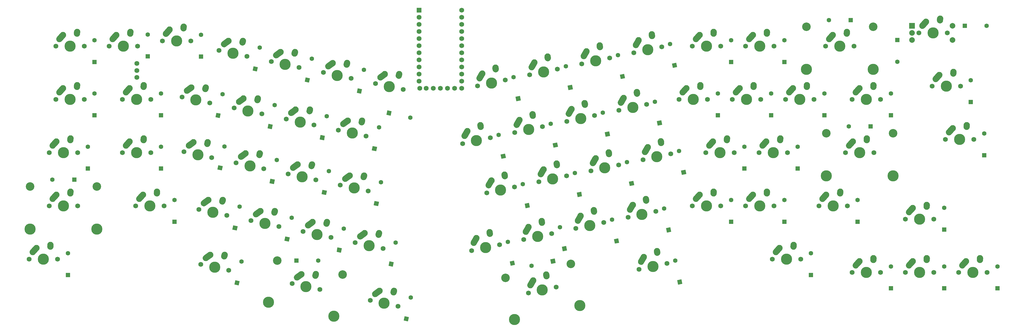
<source format=gbs>
G04 #@! TF.GenerationSoftware,KiCad,Pcbnew,(5.1.10)-1*
G04 #@! TF.CreationDate,2021-10-05T17:03:10+03:00*
G04 #@! TF.ProjectId,kolibri,6b6f6c69-6272-4692-9e6b-696361645f70,rev?*
G04 #@! TF.SameCoordinates,Original*
G04 #@! TF.FileFunction,Soldermask,Bot*
G04 #@! TF.FilePolarity,Negative*
%FSLAX46Y46*%
G04 Gerber Fmt 4.6, Leading zero omitted, Abs format (unit mm)*
G04 Created by KiCad (PCBNEW (5.1.10)-1) date 2021-10-05 17:03:10*
%MOMM*%
%LPD*%
G01*
G04 APERTURE LIST*
%ADD10C,2.250000*%
%ADD11C,3.987800*%
%ADD12C,1.750000*%
%ADD13C,0.100000*%
%ADD14C,1.600000*%
%ADD15R,1.600000X1.600000*%
%ADD16C,3.048000*%
%ADD17R,1.752600X1.752600*%
%ADD18C,1.752600*%
%ADD19C,2.000000*%
%ADD20R,2.000000X2.000000*%
G04 APERTURE END LIST*
G36*
G01*
X439143483Y-150162395D02*
X439142597Y-150162334D01*
G75*
G02*
X438097666Y-148962597I77403J1122334D01*
G01*
X438137666Y-148382597D01*
G75*
G02*
X439337403Y-147337666I1122334J-77403D01*
G01*
X439337403Y-147337666D01*
G75*
G02*
X440382334Y-148537403I-77403J-1122334D01*
G01*
X440342334Y-149117403D01*
G75*
G02*
X439142597Y-150162334I-1122334J77403D01*
G01*
G37*
D10*
X439260000Y-148460000D03*
G36*
G01*
X432158688Y-151837350D02*
X432158683Y-151837345D01*
G75*
G02*
X432072655Y-150248683I751317J837345D01*
G01*
X433382657Y-148788683D01*
G75*
G02*
X434971319Y-148702655I837345J-751317D01*
G01*
X434971319Y-148702655D01*
G75*
G02*
X435057347Y-150291317I-751317J-837345D01*
G01*
X433747345Y-151751317D01*
G75*
G02*
X432158683Y-151837345I-837345J751317D01*
G01*
G37*
D11*
X436720000Y-153540000D03*
D10*
X434220000Y-149540000D03*
D12*
X431640000Y-153540000D03*
X441800000Y-153540000D03*
X247272475Y-173789201D03*
X237334495Y-171676819D03*
D10*
X240689763Y-168300640D03*
D11*
X242303485Y-172733010D03*
G36*
G01*
X238195849Y-170119218D02*
X238195845Y-170119212D01*
G75*
G02*
X238441998Y-168547379I908993J662840D01*
G01*
X240026924Y-167391649D01*
G75*
G02*
X241598757Y-167637802I662840J-908993D01*
G01*
X241598757Y-167637802D01*
G75*
G02*
X241352604Y-169209635I-908993J-662840D01*
G01*
X239767678Y-170365365D01*
G75*
G02*
X238195845Y-170119212I-662840J908993D01*
G01*
G37*
D10*
X245844171Y-168292116D03*
G36*
G01*
X245376253Y-169933084D02*
X245375399Y-169932840D01*
G75*
G02*
X244602742Y-168542067I309058J1081715D01*
G01*
X244762456Y-167983057D01*
G75*
G02*
X246153229Y-167210400I1081715J-309058D01*
G01*
X246153229Y-167210400D01*
G75*
G02*
X246925886Y-168601173I-309058J-1081715D01*
G01*
X246766172Y-169160183D01*
G75*
G02*
X245375399Y-169932840I-1081715J309058D01*
G01*
G37*
D13*
G36*
X243555333Y-237163623D02*
G01*
X241990297Y-236830965D01*
X242322955Y-235265929D01*
X243887991Y-235598587D01*
X243555333Y-237163623D01*
G37*
D14*
X244560856Y-228585224D03*
G36*
G01*
X128152233Y-193024895D02*
X128151347Y-193024834D01*
G75*
G02*
X127106416Y-191825097I77403J1122334D01*
G01*
X127146416Y-191245097D01*
G75*
G02*
X128346153Y-190200166I1122334J-77403D01*
G01*
X128346153Y-190200166D01*
G75*
G02*
X129391084Y-191399903I-77403J-1122334D01*
G01*
X129351084Y-191979903D01*
G75*
G02*
X128151347Y-193024834I-1122334J77403D01*
G01*
G37*
D10*
X128268750Y-191322500D03*
G36*
G01*
X121167438Y-194699850D02*
X121167433Y-194699845D01*
G75*
G02*
X121081405Y-193111183I751317J837345D01*
G01*
X122391407Y-191651183D01*
G75*
G02*
X123980069Y-191565155I837345J-751317D01*
G01*
X123980069Y-191565155D01*
G75*
G02*
X124066097Y-193153817I-751317J-837345D01*
G01*
X122756095Y-194613817D01*
G75*
G02*
X121167433Y-194699845I-837345J751317D01*
G01*
G37*
D11*
X125728750Y-196402500D03*
D10*
X123228750Y-192402500D03*
D12*
X120648750Y-196402500D03*
X130808750Y-196402500D03*
D14*
X342659199Y-157522509D03*
D13*
G36*
X345229758Y-165768250D02*
G01*
X343664722Y-166100908D01*
X343332064Y-164535872D01*
X344897100Y-164203214D01*
X345229758Y-165768250D01*
G37*
D14*
X155900000Y-154100000D03*
D15*
X155900000Y-161900000D03*
X174950000Y-162010000D03*
D14*
X174950000Y-154210000D03*
D13*
G36*
X194957683Y-167364481D02*
G01*
X193392647Y-167031823D01*
X193725305Y-165466787D01*
X195290341Y-165799445D01*
X194957683Y-167364481D01*
G37*
D14*
X195963206Y-158786082D03*
X214596918Y-162746798D03*
D13*
G36*
X213591395Y-171325197D02*
G01*
X212026359Y-170992539D01*
X212359017Y-169427503D01*
X213924053Y-169760161D01*
X213591395Y-171325197D01*
G37*
D14*
X233230629Y-166707516D03*
D13*
G36*
X232225106Y-175285915D02*
G01*
X230660070Y-174953257D01*
X230992728Y-173388221D01*
X232557764Y-173720879D01*
X232225106Y-175285915D01*
G37*
G36*
X241236377Y-182805333D02*
G01*
X241569035Y-181240297D01*
X243134071Y-181572955D01*
X242801413Y-183137991D01*
X241236377Y-182805333D01*
G37*
D14*
X249814776Y-183810856D03*
D13*
G36*
X289328623Y-177650404D02*
G01*
X287763587Y-177983062D01*
X287430929Y-176418026D01*
X288995965Y-176085368D01*
X289328623Y-177650404D01*
G37*
D14*
X286758064Y-169404663D03*
D13*
G36*
X307962334Y-173689686D02*
G01*
X306397298Y-174022344D01*
X306064640Y-172457308D01*
X307629676Y-172124650D01*
X307962334Y-173689686D01*
G37*
D14*
X305391775Y-165443945D03*
D13*
G36*
X326596046Y-169728968D02*
G01*
X325031010Y-170061626D01*
X324698352Y-168496590D01*
X326263388Y-168163932D01*
X326596046Y-169728968D01*
G37*
D14*
X324025487Y-161483227D03*
D15*
X160672500Y-202052500D03*
D14*
X160672500Y-194252500D03*
X344526787Y-235027895D03*
D13*
G36*
X347097346Y-243273636D02*
G01*
X345532310Y-243606294D01*
X345199652Y-242041258D01*
X346764688Y-241708600D01*
X347097346Y-243273636D01*
G37*
D14*
X189437190Y-235301287D03*
D13*
G36*
X188431667Y-243879686D02*
G01*
X186866631Y-243547028D01*
X187199289Y-241981992D01*
X188764325Y-242314650D01*
X188431667Y-243879686D01*
G37*
D14*
X284664933Y-228276335D03*
D13*
G36*
X287235492Y-236522076D02*
G01*
X285670456Y-236854734D01*
X285337798Y-235289698D01*
X286902834Y-234957040D01*
X287235492Y-236522076D01*
G37*
D14*
X399482500Y-149000000D03*
D15*
X407282500Y-149000000D03*
D14*
X421657500Y-175202500D03*
D15*
X421657500Y-183002500D03*
D13*
G36*
X206367669Y-228216513D02*
G01*
X204802633Y-227883855D01*
X205135291Y-226318819D01*
X206700327Y-226651477D01*
X206367669Y-228216513D01*
G37*
D14*
X207373192Y-219638114D03*
D15*
X134478750Y-202052500D03*
D14*
X134478750Y-194252500D03*
D15*
X378795000Y-183002500D03*
D14*
X378795000Y-175202500D03*
D13*
G36*
X343136628Y-224639924D02*
G01*
X341571592Y-224972582D01*
X341238934Y-223407546D01*
X342803970Y-223074888D01*
X343136628Y-224639924D01*
G37*
D14*
X340566069Y-216394183D03*
X393082500Y-232352500D03*
D15*
X393082500Y-240152500D03*
D14*
X127335000Y-232352500D03*
D15*
X127335000Y-240152500D03*
D14*
X202017054Y-199024043D03*
D13*
G36*
X201011531Y-207602442D02*
G01*
X199446495Y-207269784D01*
X199779153Y-205704748D01*
X201344189Y-206037406D01*
X201011531Y-207602442D01*
G37*
D14*
X454995000Y-189490000D03*
D15*
X454995000Y-197290000D03*
D14*
X364507500Y-213302500D03*
D15*
X364507500Y-221102500D03*
D14*
X440707500Y-237115000D03*
D15*
X440707500Y-244915000D03*
D13*
G36*
X200313821Y-187978551D02*
G01*
X198748785Y-187645893D01*
X199081443Y-186080857D01*
X200646479Y-186413515D01*
X200313821Y-187978551D01*
G37*
D14*
X201319344Y-179400152D03*
D15*
X414426250Y-187000000D03*
D14*
X406626250Y-187000000D03*
X383557500Y-156152500D03*
D15*
X383557500Y-163952500D03*
D14*
X136860000Y-156152500D03*
D15*
X136860000Y-163952500D03*
D13*
G36*
X219645243Y-211563160D02*
G01*
X218080207Y-211230502D01*
X218412865Y-209665466D01*
X219977901Y-209998124D01*
X219645243Y-211563160D01*
G37*
D14*
X220650766Y-202984761D03*
D13*
G36*
X248991230Y-256752019D02*
G01*
X247426194Y-256419361D01*
X247758852Y-254854325D01*
X249323888Y-255186983D01*
X248991230Y-256752019D01*
G37*
D14*
X249996753Y-248173620D03*
D13*
G36*
X238278954Y-215523877D02*
G01*
X236713918Y-215191219D01*
X237046576Y-213626183D01*
X238611612Y-213958841D01*
X238278954Y-215523877D01*
G37*
D14*
X239284477Y-206945478D03*
X290021071Y-207662265D03*
D13*
G36*
X292591630Y-215908006D02*
G01*
X291026594Y-216240664D01*
X290693936Y-214675628D01*
X292258972Y-214342970D01*
X292591630Y-215908006D01*
G37*
D14*
X318669349Y-182097297D03*
D13*
G36*
X321239908Y-190343038D02*
G01*
X319674872Y-190675696D01*
X319342214Y-189110660D01*
X320907250Y-188778002D01*
X321239908Y-190343038D01*
G37*
D14*
X308654783Y-203701547D03*
D13*
G36*
X311225342Y-211947288D02*
G01*
X309660306Y-212279946D01*
X309327648Y-210714910D01*
X310892684Y-210382252D01*
X311225342Y-211947288D01*
G37*
G36*
X329859054Y-207986570D02*
G01*
X328294018Y-208319228D01*
X327961360Y-206754192D01*
X329526396Y-206421534D01*
X329859054Y-207986570D01*
G37*
D14*
X327288495Y-199740829D03*
D13*
G36*
X348492766Y-204025852D02*
G01*
X346927730Y-204358510D01*
X346595072Y-202793474D01*
X348160108Y-202460816D01*
X348492766Y-204025852D01*
G37*
D14*
X345922207Y-195780111D03*
D15*
X421657500Y-244915000D03*
D14*
X421657500Y-237115000D03*
D13*
G36*
X324502916Y-228600642D02*
G01*
X322937880Y-228933300D01*
X322605222Y-227368264D01*
X324170258Y-227035606D01*
X324502916Y-228600642D01*
G37*
D14*
X321932357Y-220354901D03*
X364507500Y-156152500D03*
D15*
X364507500Y-163952500D03*
D13*
G36*
X305869204Y-231330965D02*
G01*
X304304168Y-231663623D01*
X303971510Y-230098587D01*
X305536546Y-229765929D01*
X305869204Y-231330965D01*
G37*
D14*
X303298645Y-223085224D03*
X337303061Y-178136579D03*
D13*
G36*
X339873620Y-186382320D02*
G01*
X338308584Y-186714978D01*
X337975926Y-185149942D01*
X339540962Y-184817284D01*
X339873620Y-186382320D01*
G37*
D15*
X397845000Y-183002500D03*
D14*
X397845000Y-175202500D03*
X359745000Y-175202500D03*
D15*
X359745000Y-183002500D03*
D14*
X450232500Y-170440000D03*
D15*
X450232500Y-178240000D03*
D14*
X424000000Y-163900000D03*
D15*
X424000000Y-156100000D03*
X160672500Y-183002500D03*
D14*
X160672500Y-175202500D03*
X388320000Y-194252500D03*
D15*
X388320000Y-202052500D03*
D13*
G36*
X218947533Y-191939269D02*
G01*
X217382497Y-191606611D01*
X217715155Y-190041575D01*
X219280191Y-190374233D01*
X218947533Y-191939269D01*
G37*
D14*
X219953056Y-183360870D03*
D15*
X459757500Y-244915000D03*
D14*
X459757500Y-237115000D03*
X183383342Y-194185224D03*
D13*
G36*
X182377819Y-202763623D02*
G01*
X180812783Y-202430965D01*
X181145441Y-200865929D01*
X182710477Y-201198587D01*
X182377819Y-202763623D01*
G37*
D14*
X369270000Y-194252500D03*
D15*
X369270000Y-202052500D03*
D14*
X409751250Y-213302500D03*
D15*
X409751250Y-221102500D03*
X129628750Y-206000000D03*
D14*
X121828750Y-206000000D03*
X383557500Y-213302500D03*
D15*
X383557500Y-221102500D03*
D14*
X293176230Y-236810856D03*
D13*
G36*
X301421971Y-234240297D02*
G01*
X301754629Y-235805333D01*
X300189593Y-236137991D01*
X299856935Y-234572955D01*
X301421971Y-234240297D01*
G37*
D15*
X209100000Y-235000000D03*
D14*
X216900000Y-235000000D03*
D13*
G36*
X237581244Y-195899987D02*
G01*
X236016208Y-195567329D01*
X236348866Y-194002293D01*
X237913902Y-194334951D01*
X237581244Y-195899987D01*
G37*
D14*
X238586767Y-187321588D03*
D15*
X136860000Y-183002500D03*
D14*
X136860000Y-175202500D03*
X300035637Y-186058014D03*
D13*
G36*
X302606196Y-194303755D02*
G01*
X301041160Y-194636413D01*
X300708502Y-193071377D01*
X302273538Y-192738719D01*
X302606196Y-194303755D01*
G37*
D15*
X440707500Y-223900000D03*
D14*
X440707500Y-216100000D03*
X226006904Y-223598832D03*
D13*
G36*
X225001381Y-232177231D02*
G01*
X223436345Y-231844573D01*
X223769003Y-230279537D01*
X225334039Y-230612195D01*
X225001381Y-232177231D01*
G37*
G36*
X181680109Y-184017833D02*
G01*
X180115073Y-183685175D01*
X180447731Y-182120139D01*
X182012767Y-182452797D01*
X181680109Y-184017833D01*
G37*
D14*
X182685632Y-175439434D03*
D13*
G36*
X187733957Y-224255795D02*
G01*
X186168921Y-223923137D01*
X186501579Y-222358101D01*
X188066615Y-222690759D01*
X187733957Y-224255795D01*
G37*
D14*
X188739480Y-215677396D03*
D13*
G36*
X283972485Y-198264473D02*
G01*
X282407449Y-198597131D01*
X282074791Y-197032095D01*
X283639827Y-196699437D01*
X283972485Y-198264473D01*
G37*
D14*
X281401926Y-190018732D03*
D15*
X165435000Y-221102500D03*
D14*
X165435000Y-213302500D03*
D12*
X339689045Y-158531094D03*
X329751065Y-160643476D03*
D10*
X331443039Y-156194474D03*
D11*
X334720055Y-159587285D03*
G36*
G01*
X329904418Y-158870193D02*
X329904411Y-158870189D01*
G75*
G02*
X329489962Y-157334128I560806J975255D01*
G01*
X330467786Y-155633668D01*
G75*
G02*
X332003847Y-155219219I975255J-560806D01*
G01*
X332003847Y-155219219D01*
G75*
G02*
X332418296Y-156755280I-560806J-975255D01*
G01*
X331440472Y-158455740D01*
G75*
G02*
X329904411Y-158870189I-975255J560806D01*
G01*
G37*
D10*
X336148359Y-154090199D03*
G36*
G01*
X336388335Y-155779619D02*
X336387456Y-155779743D01*
G75*
G02*
X335115920Y-154823477I-157635J1113901D01*
G01*
X335034458Y-154247835D01*
G75*
G02*
X335990724Y-152976299I1113901J157635D01*
G01*
X335990724Y-152976299D01*
G75*
G02*
X337262260Y-153932565I157635J-1113901D01*
G01*
X337343722Y-154508207D01*
G75*
G02*
X336387456Y-155779743I-1113901J-157635D01*
G01*
G37*
G36*
G01*
X149583483Y-154924895D02*
X149582597Y-154924834D01*
G75*
G02*
X148537666Y-153725097I77403J1122334D01*
G01*
X148577666Y-153145097D01*
G75*
G02*
X149777403Y-152100166I1122334J-77403D01*
G01*
X149777403Y-152100166D01*
G75*
G02*
X150822334Y-153299903I-77403J-1122334D01*
G01*
X150782334Y-153879903D01*
G75*
G02*
X149582597Y-154924834I-1122334J77403D01*
G01*
G37*
X149700000Y-153222500D03*
G36*
G01*
X142598688Y-156599850D02*
X142598683Y-156599845D01*
G75*
G02*
X142512655Y-155011183I751317J837345D01*
G01*
X143822657Y-153551183D01*
G75*
G02*
X145411319Y-153465155I837345J-751317D01*
G01*
X145411319Y-153465155D01*
G75*
G02*
X145497347Y-155053817I-751317J-837345D01*
G01*
X144187345Y-156513817D01*
G75*
G02*
X142598683Y-156599845I-837345J751317D01*
G01*
G37*
D11*
X147160000Y-158302500D03*
D10*
X144660000Y-154302500D03*
D12*
X142080000Y-158302500D03*
X152240000Y-158302500D03*
X171290000Y-156397500D03*
X161130000Y-156397500D03*
D10*
X163710000Y-152397500D03*
D11*
X166210000Y-156397500D03*
G36*
G01*
X161648688Y-154694850D02*
X161648683Y-154694845D01*
G75*
G02*
X161562655Y-153106183I751317J837345D01*
G01*
X162872657Y-151646183D01*
G75*
G02*
X164461319Y-151560155I837345J-751317D01*
G01*
X164461319Y-151560155D01*
G75*
G02*
X164547347Y-153148817I-751317J-837345D01*
G01*
X163237345Y-154608817D01*
G75*
G02*
X161648683Y-154694845I-837345J751317D01*
G01*
G37*
D10*
X168750000Y-151317500D03*
G36*
G01*
X168633483Y-153019895D02*
X168632597Y-153019834D01*
G75*
G02*
X167587666Y-151820097I77403J1122334D01*
G01*
X167627666Y-151240097D01*
G75*
G02*
X168827403Y-150195166I1122334J-77403D01*
G01*
X168827403Y-150195166D01*
G75*
G02*
X169872334Y-151394903I-77403J-1122334D01*
G01*
X169832334Y-151974903D01*
G75*
G02*
X168632597Y-153019834I-1122334J77403D01*
G01*
G37*
G36*
G01*
X189475118Y-158050932D02*
X189474264Y-158050688D01*
G75*
G02*
X188701607Y-156659915I309058J1081715D01*
G01*
X188861321Y-156100905D01*
G75*
G02*
X190252094Y-155328248I1081715J-309058D01*
G01*
X190252094Y-155328248D01*
G75*
G02*
X191024751Y-156719021I-309058J-1081715D01*
G01*
X190865037Y-157278031D01*
G75*
G02*
X189474264Y-158050688I-1081715J309058D01*
G01*
G37*
X189943036Y-156409964D03*
G36*
G01*
X182294714Y-158237066D02*
X182294710Y-158237060D01*
G75*
G02*
X182540863Y-156665227I908993J662840D01*
G01*
X184125789Y-155509497D01*
G75*
G02*
X185697622Y-155755650I662840J-908993D01*
G01*
X185697622Y-155755650D01*
G75*
G02*
X185451469Y-157327483I-908993J-662840D01*
G01*
X183866543Y-158483213D01*
G75*
G02*
X182294710Y-158237060I-662840J908993D01*
G01*
G37*
D11*
X186402350Y-160850858D03*
D10*
X184788628Y-156418488D03*
D12*
X181433360Y-159794667D03*
X191371340Y-161907049D03*
X210005052Y-165867765D03*
X200067072Y-163755383D03*
D10*
X203422340Y-160379204D03*
D11*
X205036062Y-164811574D03*
G36*
G01*
X200928426Y-162197782D02*
X200928422Y-162197776D01*
G75*
G02*
X201174575Y-160625943I908993J662840D01*
G01*
X202759501Y-159470213D01*
G75*
G02*
X204331334Y-159716366I662840J-908993D01*
G01*
X204331334Y-159716366D01*
G75*
G02*
X204085181Y-161288199I-908993J-662840D01*
G01*
X202500255Y-162443929D01*
G75*
G02*
X200928422Y-162197776I-662840J908993D01*
G01*
G37*
D10*
X208576748Y-160370680D03*
G36*
G01*
X208108830Y-162011648D02*
X208107976Y-162011404D01*
G75*
G02*
X207335319Y-160620631I309058J1081715D01*
G01*
X207495033Y-160061621D01*
G75*
G02*
X208885806Y-159288964I1081715J-309058D01*
G01*
X208885806Y-159288964D01*
G75*
G02*
X209658463Y-160679737I-309058J-1081715D01*
G01*
X209498749Y-161238747D01*
G75*
G02*
X208107976Y-162011404I-1081715J309058D01*
G01*
G37*
G36*
G01*
X226742541Y-165972366D02*
X226741687Y-165972122D01*
G75*
G02*
X225969030Y-164581349I309058J1081715D01*
G01*
X226128744Y-164022339D01*
G75*
G02*
X227519517Y-163249682I1081715J-309058D01*
G01*
X227519517Y-163249682D01*
G75*
G02*
X228292174Y-164640455I-309058J-1081715D01*
G01*
X228132460Y-165199465D01*
G75*
G02*
X226741687Y-165972122I-1081715J309058D01*
G01*
G37*
X227210459Y-164331398D03*
G36*
G01*
X219562137Y-166158500D02*
X219562133Y-166158494D01*
G75*
G02*
X219808286Y-164586661I908993J662840D01*
G01*
X221393212Y-163430931D01*
G75*
G02*
X222965045Y-163677084I662840J-908993D01*
G01*
X222965045Y-163677084D01*
G75*
G02*
X222718892Y-165248917I-908993J-662840D01*
G01*
X221133966Y-166404647D01*
G75*
G02*
X219562133Y-166158494I-662840J908993D01*
G01*
G37*
D11*
X223669773Y-168772292D03*
D10*
X222056051Y-164339922D03*
D12*
X218700783Y-167716101D03*
X228638763Y-169828483D03*
G36*
G01*
X280487200Y-167661773D02*
X280486321Y-167661897D01*
G75*
G02*
X279214785Y-166705631I-157635J1113901D01*
G01*
X279133323Y-166129989D01*
G75*
G02*
X280089589Y-164858453I1113901J157635D01*
G01*
X280089589Y-164858453D01*
G75*
G02*
X281361125Y-165814719I157635J-1113901D01*
G01*
X281442587Y-166390361D01*
G75*
G02*
X280486321Y-167661897I-1113901J-157635D01*
G01*
G37*
D10*
X280247224Y-165972353D03*
G36*
G01*
X274003283Y-170752347D02*
X274003276Y-170752343D01*
G75*
G02*
X273588827Y-169216282I560806J975255D01*
G01*
X274566651Y-167515822D01*
G75*
G02*
X276102712Y-167101373I975255J-560806D01*
G01*
X276102712Y-167101373D01*
G75*
G02*
X276517161Y-168637434I-560806J-975255D01*
G01*
X275539337Y-170337894D01*
G75*
G02*
X274003276Y-170752343I-975255J560806D01*
G01*
G37*
D11*
X278818920Y-171469439D03*
D10*
X275541904Y-168076628D03*
D12*
X273849930Y-172525630D03*
X283787910Y-170413248D03*
X302421621Y-166452530D03*
X292483641Y-168564912D03*
D10*
X294175615Y-164115910D03*
D11*
X297452631Y-167508721D03*
G36*
G01*
X292636994Y-166791629D02*
X292636987Y-166791625D01*
G75*
G02*
X292222538Y-165255564I560806J975255D01*
G01*
X293200362Y-163555104D01*
G75*
G02*
X294736423Y-163140655I975255J-560806D01*
G01*
X294736423Y-163140655D01*
G75*
G02*
X295150872Y-164676716I-560806J-975255D01*
G01*
X294173048Y-166377176D01*
G75*
G02*
X292636987Y-166791625I-975255J560806D01*
G01*
G37*
D10*
X298880935Y-162011635D03*
G36*
G01*
X299120911Y-163701055D02*
X299120032Y-163701179D01*
G75*
G02*
X297848496Y-162744913I-157635J1113901D01*
G01*
X297767034Y-162169271D01*
G75*
G02*
X298723300Y-160897735I1113901J157635D01*
G01*
X298723300Y-160897735D01*
G75*
G02*
X299994836Y-161854001I157635J-1113901D01*
G01*
X300076298Y-162429643D01*
G75*
G02*
X299120032Y-163701179I-1113901J-157635D01*
G01*
G37*
G36*
G01*
X317754623Y-159740337D02*
X317753744Y-159740461D01*
G75*
G02*
X316482208Y-158784195I-157635J1113901D01*
G01*
X316400746Y-158208553D01*
G75*
G02*
X317357012Y-156937017I1113901J157635D01*
G01*
X317357012Y-156937017D01*
G75*
G02*
X318628548Y-157893283I157635J-1113901D01*
G01*
X318710010Y-158468925D01*
G75*
G02*
X317753744Y-159740461I-1113901J-157635D01*
G01*
G37*
X317514647Y-158050917D03*
G36*
G01*
X311270706Y-162830911D02*
X311270699Y-162830907D01*
G75*
G02*
X310856250Y-161294846I560806J975255D01*
G01*
X311834074Y-159594386D01*
G75*
G02*
X313370135Y-159179937I975255J-560806D01*
G01*
X313370135Y-159179937D01*
G75*
G02*
X313784584Y-160715998I-560806J-975255D01*
G01*
X312806760Y-162416458D01*
G75*
G02*
X311270699Y-162830907I-975255J560806D01*
G01*
G37*
D11*
X316086343Y-163548003D03*
D10*
X312809327Y-160155192D03*
D12*
X311117353Y-164604194D03*
X321055333Y-162491812D03*
G36*
G01*
X154345983Y-193024895D02*
X154345097Y-193024834D01*
G75*
G02*
X153300166Y-191825097I77403J1122334D01*
G01*
X153340166Y-191245097D01*
G75*
G02*
X154539903Y-190200166I1122334J-77403D01*
G01*
X154539903Y-190200166D01*
G75*
G02*
X155584834Y-191399903I-77403J-1122334D01*
G01*
X155544834Y-191979903D01*
G75*
G02*
X154345097Y-193024834I-1122334J77403D01*
G01*
G37*
D10*
X154462500Y-191322500D03*
G36*
G01*
X147361188Y-194699850D02*
X147361183Y-194699845D01*
G75*
G02*
X147275155Y-193111183I751317J837345D01*
G01*
X148585157Y-191651183D01*
G75*
G02*
X150173819Y-191565155I837345J-751317D01*
G01*
X150173819Y-191565155D01*
G75*
G02*
X150259847Y-193153817I-751317J-837345D01*
G01*
X148949845Y-194613817D01*
G75*
G02*
X147361183Y-194699845I-837345J751317D01*
G01*
G37*
D11*
X151922500Y-196402500D03*
D10*
X149422500Y-192402500D03*
D12*
X146842500Y-196402500D03*
X157002500Y-196402500D03*
G36*
G01*
X338255923Y-233285005D02*
X338255044Y-233285129D01*
G75*
G02*
X336983508Y-232328863I-157635J1113901D01*
G01*
X336902046Y-231753221D01*
G75*
G02*
X337858312Y-230481685I1113901J157635D01*
G01*
X337858312Y-230481685D01*
G75*
G02*
X339129848Y-231437951I157635J-1113901D01*
G01*
X339211310Y-232013593D01*
G75*
G02*
X338255044Y-233285129I-1113901J-157635D01*
G01*
G37*
D10*
X338015947Y-231595585D03*
G36*
G01*
X331772006Y-236375579D02*
X331771999Y-236375575D01*
G75*
G02*
X331357550Y-234839514I560806J975255D01*
G01*
X332335374Y-233139054D01*
G75*
G02*
X333871435Y-232724605I975255J-560806D01*
G01*
X333871435Y-232724605D01*
G75*
G02*
X334285884Y-234260666I-560806J-975255D01*
G01*
X333308060Y-235961126D01*
G75*
G02*
X331771999Y-236375575I-975255J560806D01*
G01*
G37*
D11*
X336587643Y-237092671D03*
D10*
X333310627Y-233699860D03*
D12*
X331618653Y-238148862D03*
X341556633Y-236036480D03*
X184845324Y-238422254D03*
X174907344Y-236309872D03*
D10*
X178262612Y-232933693D03*
D11*
X179876334Y-237366063D03*
G36*
G01*
X175768698Y-234752271D02*
X175768694Y-234752265D01*
G75*
G02*
X176014847Y-233180432I908993J662840D01*
G01*
X177599773Y-232024702D01*
G75*
G02*
X179171606Y-232270855I662840J-908993D01*
G01*
X179171606Y-232270855D01*
G75*
G02*
X178925453Y-233842688I-908993J-662840D01*
G01*
X177340527Y-234998418D01*
G75*
G02*
X175768694Y-234752265I-662840J908993D01*
G01*
G37*
D10*
X183417020Y-232925169D03*
G36*
G01*
X182949102Y-234566137D02*
X182948248Y-234565893D01*
G75*
G02*
X182175591Y-233175120I309058J1081715D01*
G01*
X182335305Y-232616110D01*
G75*
G02*
X183726078Y-231843453I1081715J-309058D01*
G01*
X183726078Y-231843453D01*
G75*
G02*
X184498735Y-233234226I-309058J-1081715D01*
G01*
X184339021Y-233793236D01*
G75*
G02*
X182948248Y-234565893I-1081715J309058D01*
G01*
G37*
G36*
G01*
X278394069Y-226533445D02*
X278393190Y-226533569D01*
G75*
G02*
X277121654Y-225577303I-157635J1113901D01*
G01*
X277040192Y-225001661D01*
G75*
G02*
X277996458Y-223730125I1113901J157635D01*
G01*
X277996458Y-223730125D01*
G75*
G02*
X279267994Y-224686391I157635J-1113901D01*
G01*
X279349456Y-225262033D01*
G75*
G02*
X278393190Y-226533569I-1113901J-157635D01*
G01*
G37*
X278154093Y-224844025D03*
G36*
G01*
X271910152Y-229624019D02*
X271910145Y-229624015D01*
G75*
G02*
X271495696Y-228087954I560806J975255D01*
G01*
X272473520Y-226387494D01*
G75*
G02*
X274009581Y-225973045I975255J-560806D01*
G01*
X274009581Y-225973045D01*
G75*
G02*
X274424030Y-227509106I-560806J-975255D01*
G01*
X273446206Y-229209566D01*
G75*
G02*
X271910145Y-229624015I-975255J560806D01*
G01*
G37*
D11*
X276725789Y-230341111D03*
D10*
X273448773Y-226948300D03*
D12*
X271756799Y-231397302D03*
X281694779Y-229284920D03*
G36*
G01*
X238152527Y-226824400D02*
X238151673Y-226824156D01*
G75*
G02*
X237379016Y-225433383I309058J1081715D01*
G01*
X237538730Y-224874373D01*
G75*
G02*
X238929503Y-224101716I1081715J-309058D01*
G01*
X238929503Y-224101716D01*
G75*
G02*
X239702160Y-225492489I-309058J-1081715D01*
G01*
X239542446Y-226051499D01*
G75*
G02*
X238151673Y-226824156I-1081715J309058D01*
G01*
G37*
D10*
X238620445Y-225183432D03*
G36*
G01*
X230972123Y-227010534D02*
X230972119Y-227010528D01*
G75*
G02*
X231218272Y-225438695I908993J662840D01*
G01*
X232803198Y-224282965D01*
G75*
G02*
X234375031Y-224529118I662840J-908993D01*
G01*
X234375031Y-224529118D01*
G75*
G02*
X234128878Y-226100951I-908993J-662840D01*
G01*
X232543952Y-227256681D01*
G75*
G02*
X230972119Y-227010528I-662840J908993D01*
G01*
G37*
D11*
X235079759Y-229624326D03*
D10*
X233466037Y-225191956D03*
D12*
X230110769Y-228568135D03*
X240048749Y-230680517D03*
G36*
G01*
X405805983Y-154924895D02*
X405805097Y-154924834D01*
G75*
G02*
X404760166Y-153725097I77403J1122334D01*
G01*
X404800166Y-153145097D01*
G75*
G02*
X405999903Y-152100166I1122334J-77403D01*
G01*
X405999903Y-152100166D01*
G75*
G02*
X407044834Y-153299903I-77403J-1122334D01*
G01*
X407004834Y-153879903D01*
G75*
G02*
X405805097Y-154924834I-1122334J77403D01*
G01*
G37*
D10*
X405922500Y-153222500D03*
G36*
G01*
X398821188Y-156599850D02*
X398821183Y-156599845D01*
G75*
G02*
X398735155Y-155011183I751317J837345D01*
G01*
X400045157Y-153551183D01*
G75*
G02*
X401633819Y-153465155I837345J-751317D01*
G01*
X401633819Y-153465155D01*
G75*
G02*
X401719847Y-155053817I-751317J-837345D01*
G01*
X400409845Y-156513817D01*
G75*
G02*
X398821183Y-156599845I-837345J751317D01*
G01*
G37*
D11*
X403382500Y-158302500D03*
D10*
X400882500Y-154302500D03*
D12*
X398302500Y-158302500D03*
X408462500Y-158302500D03*
D16*
X391444500Y-151317500D03*
X415320500Y-151317500D03*
D11*
X391444500Y-166557500D03*
X415320500Y-166557500D03*
D12*
X417987500Y-177352500D03*
X407827500Y-177352500D03*
D10*
X410407500Y-173352500D03*
D11*
X412907500Y-177352500D03*
G36*
G01*
X408346188Y-175649850D02*
X408346183Y-175649845D01*
G75*
G02*
X408260155Y-174061183I751317J837345D01*
G01*
X409570157Y-172601183D01*
G75*
G02*
X411158819Y-172515155I837345J-751317D01*
G01*
X411158819Y-172515155D01*
G75*
G02*
X411244847Y-174103817I-751317J-837345D01*
G01*
X409934845Y-175563817D01*
G75*
G02*
X408346183Y-175649845I-837345J751317D01*
G01*
G37*
D10*
X415447500Y-172272500D03*
G36*
G01*
X415330983Y-173974895D02*
X415330097Y-173974834D01*
G75*
G02*
X414285166Y-172775097I77403J1122334D01*
G01*
X414325166Y-172195097D01*
G75*
G02*
X415524903Y-171150166I1122334J-77403D01*
G01*
X415524903Y-171150166D01*
G75*
G02*
X416569834Y-172349903I-77403J-1122334D01*
G01*
X416529834Y-172929903D01*
G75*
G02*
X415330097Y-173974834I-1122334J77403D01*
G01*
G37*
G36*
G01*
X200885104Y-218902964D02*
X200884250Y-218902720D01*
G75*
G02*
X200111593Y-217511947I309058J1081715D01*
G01*
X200271307Y-216952937D01*
G75*
G02*
X201662080Y-216180280I1081715J-309058D01*
G01*
X201662080Y-216180280D01*
G75*
G02*
X202434737Y-217571053I-309058J-1081715D01*
G01*
X202275023Y-218130063D01*
G75*
G02*
X200884250Y-218902720I-1081715J309058D01*
G01*
G37*
X201353022Y-217261996D03*
G36*
G01*
X193704700Y-219089098D02*
X193704696Y-219089092D01*
G75*
G02*
X193950849Y-217517259I908993J662840D01*
G01*
X195535775Y-216361529D01*
G75*
G02*
X197107608Y-216607682I662840J-908993D01*
G01*
X197107608Y-216607682D01*
G75*
G02*
X196861455Y-218179515I-908993J-662840D01*
G01*
X195276529Y-219335245D01*
G75*
G02*
X193704696Y-219089092I-662840J908993D01*
G01*
G37*
D11*
X197812336Y-221702890D03*
D10*
X196198614Y-217270520D03*
D12*
X192843346Y-220646699D03*
X202781326Y-222759081D03*
X375125000Y-177352500D03*
X364965000Y-177352500D03*
D10*
X367545000Y-173352500D03*
D11*
X370045000Y-177352500D03*
G36*
G01*
X365483688Y-175649850D02*
X365483683Y-175649845D01*
G75*
G02*
X365397655Y-174061183I751317J837345D01*
G01*
X366707657Y-172601183D01*
G75*
G02*
X368296319Y-172515155I837345J-751317D01*
G01*
X368296319Y-172515155D01*
G75*
G02*
X368382347Y-174103817I-751317J-837345D01*
G01*
X367072345Y-175563817D01*
G75*
G02*
X365483683Y-175649845I-837345J751317D01*
G01*
G37*
D10*
X372585000Y-172272500D03*
G36*
G01*
X372468483Y-173974895D02*
X372467597Y-173974834D01*
G75*
G02*
X371422666Y-172775097I77403J1122334D01*
G01*
X371462666Y-172195097D01*
G75*
G02*
X372662403Y-171150166I1122334J-77403D01*
G01*
X372662403Y-171150166D01*
G75*
G02*
X373707334Y-172349903I-77403J-1122334D01*
G01*
X373667334Y-172929903D01*
G75*
G02*
X372467597Y-173974834I-1122334J77403D01*
G01*
G37*
D12*
X337595915Y-217402768D03*
X327657935Y-219515150D03*
D10*
X329349909Y-215066148D03*
D11*
X332626925Y-218458959D03*
G36*
G01*
X327811288Y-217741867D02*
X327811281Y-217741863D01*
G75*
G02*
X327396832Y-216205802I560806J975255D01*
G01*
X328374656Y-214505342D01*
G75*
G02*
X329910717Y-214090893I975255J-560806D01*
G01*
X329910717Y-214090893D01*
G75*
G02*
X330325166Y-215626954I-560806J-975255D01*
G01*
X329347342Y-217327414D01*
G75*
G02*
X327811281Y-217741863I-975255J560806D01*
G01*
G37*
D10*
X334055229Y-212961873D03*
G36*
G01*
X334295205Y-214651293D02*
X334294326Y-214651417D01*
G75*
G02*
X333022790Y-213695151I-157635J1113901D01*
G01*
X332941328Y-213119509D01*
G75*
G02*
X333897594Y-211847973I1113901J157635D01*
G01*
X333897594Y-211847973D01*
G75*
G02*
X335169130Y-212804239I157635J-1113901D01*
G01*
X335250592Y-213379881D01*
G75*
G02*
X334294326Y-214651417I-1113901J-157635D01*
G01*
G37*
G36*
G01*
X386755983Y-231124895D02*
X386755097Y-231124834D01*
G75*
G02*
X385710166Y-229925097I77403J1122334D01*
G01*
X385750166Y-229345097D01*
G75*
G02*
X386949903Y-228300166I1122334J-77403D01*
G01*
X386949903Y-228300166D01*
G75*
G02*
X387994834Y-229499903I-77403J-1122334D01*
G01*
X387954834Y-230079903D01*
G75*
G02*
X386755097Y-231124834I-1122334J77403D01*
G01*
G37*
X386872500Y-229422500D03*
G36*
G01*
X379771188Y-232799850D02*
X379771183Y-232799845D01*
G75*
G02*
X379685155Y-231211183I751317J837345D01*
G01*
X380995157Y-229751183D01*
G75*
G02*
X382583819Y-229665155I837345J-751317D01*
G01*
X382583819Y-229665155D01*
G75*
G02*
X382669847Y-231253817I-751317J-837345D01*
G01*
X381359845Y-232713817D01*
G75*
G02*
X379771183Y-232799845I-837345J751317D01*
G01*
G37*
D11*
X384332500Y-234502500D03*
D10*
X381832500Y-230502500D03*
D12*
X379252500Y-234502500D03*
X389412500Y-234502500D03*
X123665000Y-234502500D03*
X113505000Y-234502500D03*
D10*
X116085000Y-230502500D03*
D11*
X118585000Y-234502500D03*
G36*
G01*
X114023688Y-232799850D02*
X114023683Y-232799845D01*
G75*
G02*
X113937655Y-231211183I751317J837345D01*
G01*
X115247657Y-229751183D01*
G75*
G02*
X116836319Y-229665155I837345J-751317D01*
G01*
X116836319Y-229665155D01*
G75*
G02*
X116922347Y-231253817I-751317J-837345D01*
G01*
X115612345Y-232713817D01*
G75*
G02*
X114023683Y-232799845I-837345J751317D01*
G01*
G37*
D10*
X121125000Y-229422500D03*
G36*
G01*
X121008483Y-231124895D02*
X121007597Y-231124834D01*
G75*
G02*
X119962666Y-229925097I77403J1122334D01*
G01*
X120002666Y-229345097D01*
G75*
G02*
X121202403Y-228300166I1122334J-77403D01*
G01*
X121202403Y-228300166D01*
G75*
G02*
X122247334Y-229499903I-77403J-1122334D01*
G01*
X122207334Y-230079903D01*
G75*
G02*
X121007597Y-231124834I-1122334J77403D01*
G01*
G37*
G36*
G01*
X195528966Y-198288893D02*
X195528112Y-198288649D01*
G75*
G02*
X194755455Y-196897876I309058J1081715D01*
G01*
X194915169Y-196338866D01*
G75*
G02*
X196305942Y-195566209I1081715J-309058D01*
G01*
X196305942Y-195566209D01*
G75*
G02*
X197078599Y-196956982I-309058J-1081715D01*
G01*
X196918885Y-197515992D01*
G75*
G02*
X195528112Y-198288649I-1081715J309058D01*
G01*
G37*
X195996884Y-196647925D03*
G36*
G01*
X188348562Y-198475027D02*
X188348558Y-198475021D01*
G75*
G02*
X188594711Y-196903188I908993J662840D01*
G01*
X190179637Y-195747458D01*
G75*
G02*
X191751470Y-195993611I662840J-908993D01*
G01*
X191751470Y-195993611D01*
G75*
G02*
X191505317Y-197565444I-908993J-662840D01*
G01*
X189920391Y-198721174D01*
G75*
G02*
X188348558Y-198475021I-662840J908993D01*
G01*
G37*
D11*
X192456198Y-201088819D03*
D10*
X190842476Y-196656449D03*
D12*
X187487208Y-200032628D03*
X197425188Y-202145010D03*
G36*
G01*
X448668483Y-188262395D02*
X448667597Y-188262334D01*
G75*
G02*
X447622666Y-187062597I77403J1122334D01*
G01*
X447662666Y-186482597D01*
G75*
G02*
X448862403Y-185437666I1122334J-77403D01*
G01*
X448862403Y-185437666D01*
G75*
G02*
X449907334Y-186637403I-77403J-1122334D01*
G01*
X449867334Y-187217403D01*
G75*
G02*
X448667597Y-188262334I-1122334J77403D01*
G01*
G37*
D10*
X448785000Y-186560000D03*
G36*
G01*
X441683688Y-189937350D02*
X441683683Y-189937345D01*
G75*
G02*
X441597655Y-188348683I751317J837345D01*
G01*
X442907657Y-186888683D01*
G75*
G02*
X444496319Y-186802655I837345J-751317D01*
G01*
X444496319Y-186802655D01*
G75*
G02*
X444582347Y-188391317I-751317J-837345D01*
G01*
X443272345Y-189851317D01*
G75*
G02*
X441683683Y-189937345I-837345J751317D01*
G01*
G37*
D11*
X446245000Y-191640000D03*
D10*
X443745000Y-187640000D03*
D12*
X441165000Y-191640000D03*
X451325000Y-191640000D03*
X360837500Y-215452500D03*
X350677500Y-215452500D03*
D10*
X353257500Y-211452500D03*
D11*
X355757500Y-215452500D03*
G36*
G01*
X351196188Y-213749850D02*
X351196183Y-213749845D01*
G75*
G02*
X351110155Y-212161183I751317J837345D01*
G01*
X352420157Y-210701183D01*
G75*
G02*
X354008819Y-210615155I837345J-751317D01*
G01*
X354008819Y-210615155D01*
G75*
G02*
X354094847Y-212203817I-751317J-837345D01*
G01*
X352784845Y-213663817D01*
G75*
G02*
X351196183Y-213749845I-837345J751317D01*
G01*
G37*
D10*
X358297500Y-210372500D03*
G36*
G01*
X358180983Y-212074895D02*
X358180097Y-212074834D01*
G75*
G02*
X357135166Y-210875097I77403J1122334D01*
G01*
X357175166Y-210295097D01*
G75*
G02*
X358374903Y-209250166I1122334J-77403D01*
G01*
X358374903Y-209250166D01*
G75*
G02*
X359419834Y-210449903I-77403J-1122334D01*
G01*
X359379834Y-211029903D01*
G75*
G02*
X358180097Y-212074834I-1122334J77403D01*
G01*
G37*
G36*
G01*
X434380983Y-235887395D02*
X434380097Y-235887334D01*
G75*
G02*
X433335166Y-234687597I77403J1122334D01*
G01*
X433375166Y-234107597D01*
G75*
G02*
X434574903Y-233062666I1122334J-77403D01*
G01*
X434574903Y-233062666D01*
G75*
G02*
X435619834Y-234262403I-77403J-1122334D01*
G01*
X435579834Y-234842403D01*
G75*
G02*
X434380097Y-235887334I-1122334J77403D01*
G01*
G37*
X434497500Y-234185000D03*
G36*
G01*
X427396188Y-237562350D02*
X427396183Y-237562345D01*
G75*
G02*
X427310155Y-235973683I751317J837345D01*
G01*
X428620157Y-234513683D01*
G75*
G02*
X430208819Y-234427655I837345J-751317D01*
G01*
X430208819Y-234427655D01*
G75*
G02*
X430294847Y-236016317I-751317J-837345D01*
G01*
X428984845Y-237476317D01*
G75*
G02*
X427396183Y-237562345I-837345J751317D01*
G01*
G37*
D11*
X431957500Y-239265000D03*
D10*
X429457500Y-235265000D03*
D12*
X426877500Y-239265000D03*
X437037500Y-239265000D03*
X196727478Y-182521119D03*
X186789498Y-180408737D03*
D10*
X190144766Y-177032558D03*
D11*
X191758488Y-181464928D03*
G36*
G01*
X187650852Y-178851136D02*
X187650848Y-178851130D01*
G75*
G02*
X187897001Y-177279297I908993J662840D01*
G01*
X189481927Y-176123567D01*
G75*
G02*
X191053760Y-176369720I662840J-908993D01*
G01*
X191053760Y-176369720D01*
G75*
G02*
X190807607Y-177941553I-908993J-662840D01*
G01*
X189222681Y-179097283D01*
G75*
G02*
X187650848Y-178851130I-662840J908993D01*
G01*
G37*
D10*
X195299174Y-177024034D03*
G36*
G01*
X194831256Y-178665002D02*
X194830402Y-178664758D01*
G75*
G02*
X194057745Y-177273985I309058J1081715D01*
G01*
X194217459Y-176714975D01*
G75*
G02*
X195608232Y-175942318I1081715J-309058D01*
G01*
X195608232Y-175942318D01*
G75*
G02*
X196380889Y-177333091I-309058J-1081715D01*
G01*
X196221175Y-177892101D01*
G75*
G02*
X194830402Y-178664758I-1081715J309058D01*
G01*
G37*
G36*
G01*
X412949733Y-193024895D02*
X412948847Y-193024834D01*
G75*
G02*
X411903916Y-191825097I77403J1122334D01*
G01*
X411943916Y-191245097D01*
G75*
G02*
X413143653Y-190200166I1122334J-77403D01*
G01*
X413143653Y-190200166D01*
G75*
G02*
X414188584Y-191399903I-77403J-1122334D01*
G01*
X414148584Y-191979903D01*
G75*
G02*
X412948847Y-193024834I-1122334J77403D01*
G01*
G37*
X413066250Y-191322500D03*
G36*
G01*
X405964938Y-194699850D02*
X405964933Y-194699845D01*
G75*
G02*
X405878905Y-193111183I751317J837345D01*
G01*
X407188907Y-191651183D01*
G75*
G02*
X408777569Y-191565155I837345J-751317D01*
G01*
X408777569Y-191565155D01*
G75*
G02*
X408863597Y-193153817I-751317J-837345D01*
G01*
X407553595Y-194613817D01*
G75*
G02*
X405964933Y-194699845I-837345J751317D01*
G01*
G37*
D11*
X410526250Y-196402500D03*
D10*
X408026250Y-192402500D03*
D12*
X405446250Y-196402500D03*
X415606250Y-196402500D03*
D16*
X398588250Y-189417500D03*
X422464250Y-189417500D03*
D11*
X398588250Y-204657500D03*
X422464250Y-204657500D03*
D12*
X379887500Y-158302500D03*
X369727500Y-158302500D03*
D10*
X372307500Y-154302500D03*
D11*
X374807500Y-158302500D03*
G36*
G01*
X370246188Y-156599850D02*
X370246183Y-156599845D01*
G75*
G02*
X370160155Y-155011183I751317J837345D01*
G01*
X371470157Y-153551183D01*
G75*
G02*
X373058819Y-153465155I837345J-751317D01*
G01*
X373058819Y-153465155D01*
G75*
G02*
X373144847Y-155053817I-751317J-837345D01*
G01*
X371834845Y-156513817D01*
G75*
G02*
X370246183Y-156599845I-837345J751317D01*
G01*
G37*
D10*
X377347500Y-153222500D03*
G36*
G01*
X377230983Y-154924895D02*
X377230097Y-154924834D01*
G75*
G02*
X376185166Y-153725097I77403J1122334D01*
G01*
X376225166Y-153145097D01*
G75*
G02*
X377424903Y-152100166I1122334J-77403D01*
G01*
X377424903Y-152100166D01*
G75*
G02*
X378469834Y-153299903I-77403J-1122334D01*
G01*
X378429834Y-153879903D01*
G75*
G02*
X377230097Y-154924834I-1122334J77403D01*
G01*
G37*
D12*
X133190000Y-158302500D03*
X123030000Y-158302500D03*
D10*
X125610000Y-154302500D03*
D11*
X128110000Y-158302500D03*
G36*
G01*
X123548688Y-156599850D02*
X123548683Y-156599845D01*
G75*
G02*
X123462655Y-155011183I751317J837345D01*
G01*
X124772657Y-153551183D01*
G75*
G02*
X126361319Y-153465155I837345J-751317D01*
G01*
X126361319Y-153465155D01*
G75*
G02*
X126447347Y-155053817I-751317J-837345D01*
G01*
X125137345Y-156513817D01*
G75*
G02*
X123548683Y-156599845I-837345J751317D01*
G01*
G37*
D10*
X130650000Y-153222500D03*
G36*
G01*
X130533483Y-154924895D02*
X130532597Y-154924834D01*
G75*
G02*
X129487666Y-153725097I77403J1122334D01*
G01*
X129527666Y-153145097D01*
G75*
G02*
X130727403Y-152100166I1122334J-77403D01*
G01*
X130727403Y-152100166D01*
G75*
G02*
X131772334Y-153299903I-77403J-1122334D01*
G01*
X131732334Y-153879903D01*
G75*
G02*
X130532597Y-154924834I-1122334J77403D01*
G01*
G37*
D12*
X216058900Y-206105728D03*
X206120920Y-203993346D03*
D10*
X209476188Y-200617167D03*
D11*
X211089910Y-205049537D03*
G36*
G01*
X206982274Y-202435745D02*
X206982270Y-202435739D01*
G75*
G02*
X207228423Y-200863906I908993J662840D01*
G01*
X208813349Y-199708176D01*
G75*
G02*
X210385182Y-199954329I662840J-908993D01*
G01*
X210385182Y-199954329D01*
G75*
G02*
X210139029Y-201526162I-908993J-662840D01*
G01*
X208554103Y-202681892D01*
G75*
G02*
X206982270Y-202435739I-662840J908993D01*
G01*
G37*
D10*
X214630596Y-200608643D03*
G36*
G01*
X214162678Y-202249611D02*
X214161824Y-202249367D01*
G75*
G02*
X213389167Y-200858594I309058J1081715D01*
G01*
X213548881Y-200299584D01*
G75*
G02*
X214939654Y-199526927I1081715J-309058D01*
G01*
X214939654Y-199526927D01*
G75*
G02*
X215712311Y-200917700I-309058J-1081715D01*
G01*
X215552597Y-201476710D01*
G75*
G02*
X214161824Y-202249367I-1081715J309058D01*
G01*
G37*
D12*
X245404887Y-251294587D03*
X235466907Y-249182205D03*
D10*
X238822175Y-245806026D03*
D11*
X240435897Y-250238396D03*
G36*
G01*
X236328261Y-247624604D02*
X236328257Y-247624598D01*
G75*
G02*
X236574410Y-246052765I908993J662840D01*
G01*
X238159336Y-244897035D01*
G75*
G02*
X239731169Y-245143188I662840J-908993D01*
G01*
X239731169Y-245143188D01*
G75*
G02*
X239485016Y-246715021I-908993J-662840D01*
G01*
X237900090Y-247870751D01*
G75*
G02*
X236328257Y-247624598I-662840J908993D01*
G01*
G37*
D10*
X243976583Y-245797502D03*
G36*
G01*
X243508665Y-247438470D02*
X243507811Y-247438226D01*
G75*
G02*
X242735154Y-246047453I309058J1081715D01*
G01*
X242894868Y-245488443D01*
G75*
G02*
X244285641Y-244715786I1081715J-309058D01*
G01*
X244285641Y-244715786D01*
G75*
G02*
X245058298Y-246106559I-309058J-1081715D01*
G01*
X244898584Y-246665569D01*
G75*
G02*
X243507811Y-247438226I-1081715J309058D01*
G01*
G37*
G36*
G01*
X232796389Y-206210328D02*
X232795535Y-206210084D01*
G75*
G02*
X232022878Y-204819311I309058J1081715D01*
G01*
X232182592Y-204260301D01*
G75*
G02*
X233573365Y-203487644I1081715J-309058D01*
G01*
X233573365Y-203487644D01*
G75*
G02*
X234346022Y-204878417I-309058J-1081715D01*
G01*
X234186308Y-205437427D01*
G75*
G02*
X232795535Y-206210084I-1081715J309058D01*
G01*
G37*
X233264307Y-204569360D03*
G36*
G01*
X225615985Y-206396462D02*
X225615981Y-206396456D01*
G75*
G02*
X225862134Y-204824623I908993J662840D01*
G01*
X227447060Y-203668893D01*
G75*
G02*
X229018893Y-203915046I662840J-908993D01*
G01*
X229018893Y-203915046D01*
G75*
G02*
X228772740Y-205486879I-908993J-662840D01*
G01*
X227187814Y-206642609D01*
G75*
G02*
X225615981Y-206396456I-662840J908993D01*
G01*
G37*
D11*
X229723621Y-209010254D03*
D10*
X228109899Y-204577884D03*
D12*
X224754631Y-207954063D03*
X234692611Y-210066445D03*
X287050917Y-208670850D03*
X277112937Y-210783232D03*
D10*
X278804911Y-206334230D03*
D11*
X282081927Y-209727041D03*
G36*
G01*
X277266290Y-209009949D02*
X277266283Y-209009945D01*
G75*
G02*
X276851834Y-207473884I560806J975255D01*
G01*
X277829658Y-205773424D01*
G75*
G02*
X279365719Y-205358975I975255J-560806D01*
G01*
X279365719Y-205358975D01*
G75*
G02*
X279780168Y-206895036I-560806J-975255D01*
G01*
X278802344Y-208595496D01*
G75*
G02*
X277266283Y-209009945I-975255J560806D01*
G01*
G37*
D10*
X283510231Y-204229955D03*
G36*
G01*
X283750207Y-205919375D02*
X283749328Y-205919499D01*
G75*
G02*
X282477792Y-204963233I-157635J1113901D01*
G01*
X282396330Y-204387591D01*
G75*
G02*
X283352596Y-203116055I1113901J157635D01*
G01*
X283352596Y-203116055D01*
G75*
G02*
X284624132Y-204072321I157635J-1113901D01*
G01*
X284705594Y-204647963D01*
G75*
G02*
X283749328Y-205919499I-1113901J-157635D01*
G01*
G37*
G36*
G01*
X312398485Y-180354407D02*
X312397606Y-180354531D01*
G75*
G02*
X311126070Y-179398265I-157635J1113901D01*
G01*
X311044608Y-178822623D01*
G75*
G02*
X312000874Y-177551087I1113901J157635D01*
G01*
X312000874Y-177551087D01*
G75*
G02*
X313272410Y-178507353I157635J-1113901D01*
G01*
X313353872Y-179082995D01*
G75*
G02*
X312397606Y-180354531I-1113901J-157635D01*
G01*
G37*
X312158509Y-178664987D03*
G36*
G01*
X305914568Y-183444981D02*
X305914561Y-183444977D01*
G75*
G02*
X305500112Y-181908916I560806J975255D01*
G01*
X306477936Y-180208456D01*
G75*
G02*
X308013997Y-179794007I975255J-560806D01*
G01*
X308013997Y-179794007D01*
G75*
G02*
X308428446Y-181330068I-560806J-975255D01*
G01*
X307450622Y-183030528D01*
G75*
G02*
X305914561Y-183444977I-975255J560806D01*
G01*
G37*
D11*
X310730205Y-184162073D03*
D10*
X307453189Y-180769262D03*
D12*
X305761215Y-185218264D03*
X315699195Y-183105882D03*
G36*
G01*
X302383919Y-201958657D02*
X302383040Y-201958781D01*
G75*
G02*
X301111504Y-201002515I-157635J1113901D01*
G01*
X301030042Y-200426873D01*
G75*
G02*
X301986308Y-199155337I1113901J157635D01*
G01*
X301986308Y-199155337D01*
G75*
G02*
X303257844Y-200111603I157635J-1113901D01*
G01*
X303339306Y-200687245D01*
G75*
G02*
X302383040Y-201958781I-1113901J-157635D01*
G01*
G37*
D10*
X302143943Y-200269237D03*
G36*
G01*
X295900002Y-205049231D02*
X295899995Y-205049227D01*
G75*
G02*
X295485546Y-203513166I560806J975255D01*
G01*
X296463370Y-201812706D01*
G75*
G02*
X297999431Y-201398257I975255J-560806D01*
G01*
X297999431Y-201398257D01*
G75*
G02*
X298413880Y-202934318I-560806J-975255D01*
G01*
X297436056Y-204634778D01*
G75*
G02*
X295899995Y-205049227I-975255J560806D01*
G01*
G37*
D11*
X300715639Y-205766323D03*
D10*
X297438623Y-202373512D03*
D12*
X295746649Y-206822514D03*
X305684629Y-204710132D03*
X324318341Y-200749414D03*
X314380361Y-202861796D03*
D10*
X316072335Y-198412794D03*
D11*
X319349351Y-201805605D03*
G36*
G01*
X314533714Y-201088513D02*
X314533707Y-201088509D01*
G75*
G02*
X314119258Y-199552448I560806J975255D01*
G01*
X315097082Y-197851988D01*
G75*
G02*
X316633143Y-197437539I975255J-560806D01*
G01*
X316633143Y-197437539D01*
G75*
G02*
X317047592Y-198973600I-560806J-975255D01*
G01*
X316069768Y-200674060D01*
G75*
G02*
X314533707Y-201088509I-975255J560806D01*
G01*
G37*
D10*
X320777655Y-196308519D03*
G36*
G01*
X321017631Y-197997939D02*
X321016752Y-197998063D01*
G75*
G02*
X319745216Y-197041797I-157635J1113901D01*
G01*
X319663754Y-196466155D01*
G75*
G02*
X320620020Y-195194619I1113901J157635D01*
G01*
X320620020Y-195194619D01*
G75*
G02*
X321891556Y-196150885I157635J-1113901D01*
G01*
X321973018Y-196726527D01*
G75*
G02*
X321016752Y-197998063I-1113901J-157635D01*
G01*
G37*
G36*
G01*
X339651343Y-194037221D02*
X339650464Y-194037345D01*
G75*
G02*
X338378928Y-193081079I-157635J1113901D01*
G01*
X338297466Y-192505437D01*
G75*
G02*
X339253732Y-191233901I1113901J157635D01*
G01*
X339253732Y-191233901D01*
G75*
G02*
X340525268Y-192190167I157635J-1113901D01*
G01*
X340606730Y-192765809D01*
G75*
G02*
X339650464Y-194037345I-1113901J-157635D01*
G01*
G37*
X339411367Y-192347801D03*
G36*
G01*
X333167426Y-197127795D02*
X333167419Y-197127791D01*
G75*
G02*
X332752970Y-195591730I560806J975255D01*
G01*
X333730794Y-193891270D01*
G75*
G02*
X335266855Y-193476821I975255J-560806D01*
G01*
X335266855Y-193476821D01*
G75*
G02*
X335681304Y-195012882I-560806J-975255D01*
G01*
X334703480Y-196713342D01*
G75*
G02*
X333167419Y-197127791I-975255J560806D01*
G01*
G37*
D11*
X337983063Y-197844887D03*
D10*
X334706047Y-194452076D03*
D12*
X333014073Y-198901078D03*
X342952053Y-196788696D03*
X417987500Y-239265000D03*
X407827500Y-239265000D03*
D10*
X410407500Y-235265000D03*
D11*
X412907500Y-239265000D03*
G36*
G01*
X408346188Y-237562350D02*
X408346183Y-237562345D01*
G75*
G02*
X408260155Y-235973683I751317J837345D01*
G01*
X409570157Y-234513683D01*
G75*
G02*
X411158819Y-234427655I837345J-751317D01*
G01*
X411158819Y-234427655D01*
G75*
G02*
X411244847Y-236016317I-751317J-837345D01*
G01*
X409934845Y-237476317D01*
G75*
G02*
X408346183Y-237562345I-837345J751317D01*
G01*
G37*
D10*
X415447500Y-234185000D03*
G36*
G01*
X415330983Y-235887395D02*
X415330097Y-235887334D01*
G75*
G02*
X414285166Y-234687597I77403J1122334D01*
G01*
X414325166Y-234107597D01*
G75*
G02*
X415524903Y-233062666I1122334J-77403D01*
G01*
X415524903Y-233062666D01*
G75*
G02*
X416569834Y-234262403I-77403J-1122334D01*
G01*
X416529834Y-234842403D01*
G75*
G02*
X415330097Y-235887334I-1122334J77403D01*
G01*
G37*
D12*
X318962203Y-221363486D03*
X309024223Y-223475868D03*
D10*
X310716197Y-219026866D03*
D11*
X313993213Y-222419677D03*
G36*
G01*
X309177576Y-221702585D02*
X309177569Y-221702581D01*
G75*
G02*
X308763120Y-220166520I560806J975255D01*
G01*
X309740944Y-218466060D01*
G75*
G02*
X311277005Y-218051611I975255J-560806D01*
G01*
X311277005Y-218051611D01*
G75*
G02*
X311691454Y-219587672I-560806J-975255D01*
G01*
X310713630Y-221288132D01*
G75*
G02*
X309177569Y-221702581I-975255J560806D01*
G01*
G37*
D10*
X315421517Y-216922591D03*
G36*
G01*
X315661493Y-218612011D02*
X315660614Y-218612135D01*
G75*
G02*
X314389078Y-217655869I-157635J1113901D01*
G01*
X314307616Y-217080227D01*
G75*
G02*
X315263882Y-215808691I1113901J157635D01*
G01*
X315263882Y-215808691D01*
G75*
G02*
X316535418Y-216764957I157635J-1113901D01*
G01*
X316616880Y-217340599D01*
G75*
G02*
X315660614Y-218612135I-1113901J-157635D01*
G01*
G37*
G36*
G01*
X358180983Y-154924895D02*
X358180097Y-154924834D01*
G75*
G02*
X357135166Y-153725097I77403J1122334D01*
G01*
X357175166Y-153145097D01*
G75*
G02*
X358374903Y-152100166I1122334J-77403D01*
G01*
X358374903Y-152100166D01*
G75*
G02*
X359419834Y-153299903I-77403J-1122334D01*
G01*
X359379834Y-153879903D01*
G75*
G02*
X358180097Y-154924834I-1122334J77403D01*
G01*
G37*
X358297500Y-153222500D03*
G36*
G01*
X351196188Y-156599850D02*
X351196183Y-156599845D01*
G75*
G02*
X351110155Y-155011183I751317J837345D01*
G01*
X352420157Y-153551183D01*
G75*
G02*
X354008819Y-153465155I837345J-751317D01*
G01*
X354008819Y-153465155D01*
G75*
G02*
X354094847Y-155053817I-751317J-837345D01*
G01*
X352784845Y-156513817D01*
G75*
G02*
X351196183Y-156599845I-837345J751317D01*
G01*
G37*
D11*
X355757500Y-158302500D03*
D10*
X353257500Y-154302500D03*
D12*
X350677500Y-158302500D03*
X360837500Y-158302500D03*
X300328491Y-225324202D03*
X290390511Y-227436584D03*
D10*
X292082485Y-222987582D03*
D11*
X295359501Y-226380393D03*
G36*
G01*
X290543864Y-225663301D02*
X290543857Y-225663297D01*
G75*
G02*
X290129408Y-224127236I560806J975255D01*
G01*
X291107232Y-222426776D01*
G75*
G02*
X292643293Y-222012327I975255J-560806D01*
G01*
X292643293Y-222012327D01*
G75*
G02*
X293057742Y-223548388I-560806J-975255D01*
G01*
X292079918Y-225248848D01*
G75*
G02*
X290543857Y-225663297I-975255J560806D01*
G01*
G37*
D10*
X296787805Y-220883307D03*
G36*
G01*
X297027781Y-222572727D02*
X297026902Y-222572851D01*
G75*
G02*
X295755366Y-221616585I-157635J1113901D01*
G01*
X295673904Y-221040943D01*
G75*
G02*
X296630170Y-219769407I1113901J157635D01*
G01*
X296630170Y-219769407D01*
G75*
G02*
X297901706Y-220725673I157635J-1113901D01*
G01*
X297983168Y-221301315D01*
G75*
G02*
X297026902Y-222572851I-1113901J-157635D01*
G01*
G37*
D12*
X334332907Y-179145164D03*
X324394927Y-181257546D03*
D10*
X326086901Y-176808544D03*
D11*
X329363917Y-180201355D03*
G36*
G01*
X324548280Y-179484263D02*
X324548273Y-179484259D01*
G75*
G02*
X324133824Y-177948198I560806J975255D01*
G01*
X325111648Y-176247738D01*
G75*
G02*
X326647709Y-175833289I975255J-560806D01*
G01*
X326647709Y-175833289D01*
G75*
G02*
X327062158Y-177369350I-560806J-975255D01*
G01*
X326084334Y-179069810D01*
G75*
G02*
X324548273Y-179484259I-975255J560806D01*
G01*
G37*
D10*
X330792221Y-174704269D03*
G36*
G01*
X331032197Y-176393689D02*
X331031318Y-176393813D01*
G75*
G02*
X329759782Y-175437547I-157635J1113901D01*
G01*
X329678320Y-174861905D01*
G75*
G02*
X330634586Y-173590369I1113901J157635D01*
G01*
X330634586Y-173590369D01*
G75*
G02*
X331906122Y-174546635I157635J-1113901D01*
G01*
X331987584Y-175122277D01*
G75*
G02*
X331031318Y-176393813I-1113901J-157635D01*
G01*
G37*
G36*
G01*
X391518483Y-173974895D02*
X391517597Y-173974834D01*
G75*
G02*
X390472666Y-172775097I77403J1122334D01*
G01*
X390512666Y-172195097D01*
G75*
G02*
X391712403Y-171150166I1122334J-77403D01*
G01*
X391712403Y-171150166D01*
G75*
G02*
X392757334Y-172349903I-77403J-1122334D01*
G01*
X392717334Y-172929903D01*
G75*
G02*
X391517597Y-173974834I-1122334J77403D01*
G01*
G37*
X391635000Y-172272500D03*
G36*
G01*
X384533688Y-175649850D02*
X384533683Y-175649845D01*
G75*
G02*
X384447655Y-174061183I751317J837345D01*
G01*
X385757657Y-172601183D01*
G75*
G02*
X387346319Y-172515155I837345J-751317D01*
G01*
X387346319Y-172515155D01*
G75*
G02*
X387432347Y-174103817I-751317J-837345D01*
G01*
X386122345Y-175563817D01*
G75*
G02*
X384533683Y-175649845I-837345J751317D01*
G01*
G37*
D11*
X389095000Y-177352500D03*
D10*
X386595000Y-173352500D03*
D12*
X384015000Y-177352500D03*
X394175000Y-177352500D03*
G36*
G01*
X353418483Y-173974895D02*
X353417597Y-173974834D01*
G75*
G02*
X352372666Y-172775097I77403J1122334D01*
G01*
X352412666Y-172195097D01*
G75*
G02*
X353612403Y-171150166I1122334J-77403D01*
G01*
X353612403Y-171150166D01*
G75*
G02*
X354657334Y-172349903I-77403J-1122334D01*
G01*
X354617334Y-172929903D01*
G75*
G02*
X353417597Y-173974834I-1122334J77403D01*
G01*
G37*
D10*
X353535000Y-172272500D03*
G36*
G01*
X346433688Y-175649850D02*
X346433683Y-175649845D01*
G75*
G02*
X346347655Y-174061183I751317J837345D01*
G01*
X347657657Y-172601183D01*
G75*
G02*
X349246319Y-172515155I837345J-751317D01*
G01*
X349246319Y-172515155D01*
G75*
G02*
X349332347Y-174103817I-751317J-837345D01*
G01*
X348022345Y-175563817D01*
G75*
G02*
X346433683Y-175649845I-837345J751317D01*
G01*
G37*
D11*
X350995000Y-177352500D03*
D10*
X348495000Y-173352500D03*
D12*
X345915000Y-177352500D03*
X356075000Y-177352500D03*
X446562500Y-172590000D03*
X436402500Y-172590000D03*
D10*
X438982500Y-168590000D03*
D11*
X441482500Y-172590000D03*
G36*
G01*
X436921188Y-170887350D02*
X436921183Y-170887345D01*
G75*
G02*
X436835155Y-169298683I751317J837345D01*
G01*
X438145157Y-167838683D01*
G75*
G02*
X439733819Y-167752655I837345J-751317D01*
G01*
X439733819Y-167752655D01*
G75*
G02*
X439819847Y-169341317I-751317J-837345D01*
G01*
X438509845Y-170801317D01*
G75*
G02*
X436921183Y-170887345I-837345J751317D01*
G01*
G37*
D10*
X444022500Y-167510000D03*
G36*
G01*
X443905983Y-169212395D02*
X443905097Y-169212334D01*
G75*
G02*
X442860166Y-168012597I77403J1122334D01*
G01*
X442900166Y-167432597D01*
G75*
G02*
X444099903Y-166387666I1122334J-77403D01*
G01*
X444099903Y-166387666D01*
G75*
G02*
X445144834Y-167587403I-77403J-1122334D01*
G01*
X445104834Y-168167403D01*
G75*
G02*
X443905097Y-169212334I-1122334J77403D01*
G01*
G37*
D12*
X157002500Y-177352500D03*
X146842500Y-177352500D03*
D10*
X149422500Y-173352500D03*
D11*
X151922500Y-177352500D03*
G36*
G01*
X147361188Y-175649850D02*
X147361183Y-175649845D01*
G75*
G02*
X147275155Y-174061183I751317J837345D01*
G01*
X148585157Y-172601183D01*
G75*
G02*
X150173819Y-172515155I837345J-751317D01*
G01*
X150173819Y-172515155D01*
G75*
G02*
X150259847Y-174103817I-751317J-837345D01*
G01*
X148949845Y-175563817D01*
G75*
G02*
X147361183Y-175649845I-837345J751317D01*
G01*
G37*
D10*
X154462500Y-172272500D03*
G36*
G01*
X154345983Y-173974895D02*
X154345097Y-173974834D01*
G75*
G02*
X153300166Y-172775097I77403J1122334D01*
G01*
X153340166Y-172195097D01*
G75*
G02*
X154539903Y-171150166I1122334J-77403D01*
G01*
X154539903Y-171150166D01*
G75*
G02*
X155584834Y-172349903I-77403J-1122334D01*
G01*
X155544834Y-172929903D01*
G75*
G02*
X154345097Y-173974834I-1122334J77403D01*
G01*
G37*
D12*
X384650000Y-196402500D03*
X374490000Y-196402500D03*
D10*
X377070000Y-192402500D03*
D11*
X379570000Y-196402500D03*
G36*
G01*
X375008688Y-194699850D02*
X375008683Y-194699845D01*
G75*
G02*
X374922655Y-193111183I751317J837345D01*
G01*
X376232657Y-191651183D01*
G75*
G02*
X377821319Y-191565155I837345J-751317D01*
G01*
X377821319Y-191565155D01*
G75*
G02*
X377907347Y-193153817I-751317J-837345D01*
G01*
X376597345Y-194613817D01*
G75*
G02*
X375008683Y-194699845I-837345J751317D01*
G01*
G37*
D10*
X382110000Y-191322500D03*
G36*
G01*
X381993483Y-193024895D02*
X381992597Y-193024834D01*
G75*
G02*
X380947666Y-191825097I77403J1122334D01*
G01*
X380987666Y-191245097D01*
G75*
G02*
X382187403Y-190200166I1122334J-77403D01*
G01*
X382187403Y-190200166D01*
G75*
G02*
X383232334Y-191399903I-77403J-1122334D01*
G01*
X383192334Y-191979903D01*
G75*
G02*
X381992597Y-193024834I-1122334J77403D01*
G01*
G37*
G36*
G01*
X213464968Y-182625720D02*
X213464114Y-182625476D01*
G75*
G02*
X212691457Y-181234703I309058J1081715D01*
G01*
X212851171Y-180675693D01*
G75*
G02*
X214241944Y-179903036I1081715J-309058D01*
G01*
X214241944Y-179903036D01*
G75*
G02*
X215014601Y-181293809I-309058J-1081715D01*
G01*
X214854887Y-181852819D01*
G75*
G02*
X213464114Y-182625476I-1081715J309058D01*
G01*
G37*
X213932886Y-180984752D03*
G36*
G01*
X206284564Y-182811854D02*
X206284560Y-182811848D01*
G75*
G02*
X206530713Y-181240015I908993J662840D01*
G01*
X208115639Y-180084285D01*
G75*
G02*
X209687472Y-180330438I662840J-908993D01*
G01*
X209687472Y-180330438D01*
G75*
G02*
X209441319Y-181902271I-908993J-662840D01*
G01*
X207856393Y-183058001D01*
G75*
G02*
X206284560Y-182811848I-662840J908993D01*
G01*
G37*
D11*
X210392200Y-185425646D03*
D10*
X208778478Y-180993276D03*
D12*
X205423210Y-184369455D03*
X215361190Y-186481837D03*
X456087500Y-239265000D03*
X445927500Y-239265000D03*
D10*
X448507500Y-235265000D03*
D11*
X451007500Y-239265000D03*
G36*
G01*
X446446188Y-237562350D02*
X446446183Y-237562345D01*
G75*
G02*
X446360155Y-235973683I751317J837345D01*
G01*
X447670157Y-234513683D01*
G75*
G02*
X449258819Y-234427655I837345J-751317D01*
G01*
X449258819Y-234427655D01*
G75*
G02*
X449344847Y-236016317I-751317J-837345D01*
G01*
X448034845Y-237476317D01*
G75*
G02*
X446446183Y-237562345I-837345J751317D01*
G01*
G37*
D10*
X453547500Y-234185000D03*
G36*
G01*
X453430983Y-235887395D02*
X453430097Y-235887334D01*
G75*
G02*
X452385166Y-234687597I77403J1122334D01*
G01*
X452425166Y-234107597D01*
G75*
G02*
X453624903Y-233062666I1122334J-77403D01*
G01*
X453624903Y-233062666D01*
G75*
G02*
X454669834Y-234262403I-77403J-1122334D01*
G01*
X454629834Y-234842403D01*
G75*
G02*
X453430097Y-235887334I-1122334J77403D01*
G01*
G37*
D12*
X178791476Y-198184292D03*
X168853496Y-196071910D03*
D10*
X172208764Y-192695731D03*
D11*
X173822486Y-197128101D03*
G36*
G01*
X169714850Y-194514309D02*
X169714846Y-194514303D01*
G75*
G02*
X169960999Y-192942470I908993J662840D01*
G01*
X171545925Y-191786740D01*
G75*
G02*
X173117758Y-192032893I662840J-908993D01*
G01*
X173117758Y-192032893D01*
G75*
G02*
X172871605Y-193604726I-908993J-662840D01*
G01*
X171286679Y-194760456D01*
G75*
G02*
X169714846Y-194514303I-662840J908993D01*
G01*
G37*
D10*
X177363172Y-192687207D03*
G36*
G01*
X176895254Y-194328175D02*
X176894400Y-194327931D01*
G75*
G02*
X176121743Y-192937158I309058J1081715D01*
G01*
X176281457Y-192378148D01*
G75*
G02*
X177672230Y-191605491I1081715J-309058D01*
G01*
X177672230Y-191605491D01*
G75*
G02*
X178444887Y-192996264I-309058J-1081715D01*
G01*
X178285173Y-193555274D01*
G75*
G02*
X176894400Y-194327931I-1081715J309058D01*
G01*
G37*
D12*
X365600000Y-196402500D03*
X355440000Y-196402500D03*
D10*
X358020000Y-192402500D03*
D11*
X360520000Y-196402500D03*
G36*
G01*
X355958688Y-194699850D02*
X355958683Y-194699845D01*
G75*
G02*
X355872655Y-193111183I751317J837345D01*
G01*
X357182657Y-191651183D01*
G75*
G02*
X358771319Y-191565155I837345J-751317D01*
G01*
X358771319Y-191565155D01*
G75*
G02*
X358857347Y-193153817I-751317J-837345D01*
G01*
X357547345Y-194613817D01*
G75*
G02*
X355958683Y-194699845I-837345J751317D01*
G01*
G37*
D10*
X363060000Y-191322500D03*
G36*
G01*
X362943483Y-193024895D02*
X362942597Y-193024834D01*
G75*
G02*
X361897666Y-191825097I77403J1122334D01*
G01*
X361937666Y-191245097D01*
G75*
G02*
X363137403Y-190200166I1122334J-77403D01*
G01*
X363137403Y-190200166D01*
G75*
G02*
X364182334Y-191399903I-77403J-1122334D01*
G01*
X364142334Y-191979903D01*
G75*
G02*
X362942597Y-193024834I-1122334J77403D01*
G01*
G37*
D12*
X406081250Y-215452500D03*
X395921250Y-215452500D03*
D10*
X398501250Y-211452500D03*
D11*
X401001250Y-215452500D03*
G36*
G01*
X396439938Y-213749850D02*
X396439933Y-213749845D01*
G75*
G02*
X396353905Y-212161183I751317J837345D01*
G01*
X397663907Y-210701183D01*
G75*
G02*
X399252569Y-210615155I837345J-751317D01*
G01*
X399252569Y-210615155D01*
G75*
G02*
X399338597Y-212203817I-751317J-837345D01*
G01*
X398028595Y-213663817D01*
G75*
G02*
X396439933Y-213749845I-837345J751317D01*
G01*
G37*
D10*
X403541250Y-210372500D03*
G36*
G01*
X403424733Y-212074895D02*
X403423847Y-212074834D01*
G75*
G02*
X402378916Y-210875097I77403J1122334D01*
G01*
X402418916Y-210295097D01*
G75*
G02*
X403618653Y-209250166I1122334J-77403D01*
G01*
X403618653Y-209250166D01*
G75*
G02*
X404663584Y-210449903I-77403J-1122334D01*
G01*
X404623584Y-211029903D01*
G75*
G02*
X403423847Y-212074834I-1122334J77403D01*
G01*
G37*
D11*
X137666750Y-223707500D03*
X113790750Y-223707500D03*
D16*
X137666750Y-208467500D03*
X113790750Y-208467500D03*
D12*
X130808750Y-215452500D03*
X120648750Y-215452500D03*
D10*
X123228750Y-211452500D03*
D11*
X125728750Y-215452500D03*
G36*
G01*
X121167438Y-213749850D02*
X121167433Y-213749845D01*
G75*
G02*
X121081405Y-212161183I751317J837345D01*
G01*
X122391407Y-210701183D01*
G75*
G02*
X123980069Y-210615155I837345J-751317D01*
G01*
X123980069Y-210615155D01*
G75*
G02*
X124066097Y-212203817I-751317J-837345D01*
G01*
X122756095Y-213663817D01*
G75*
G02*
X121167433Y-213749845I-837345J751317D01*
G01*
G37*
D10*
X128268750Y-210372500D03*
G36*
G01*
X128152233Y-212074895D02*
X128151347Y-212074834D01*
G75*
G02*
X127106416Y-210875097I77403J1122334D01*
G01*
X127146416Y-210295097D01*
G75*
G02*
X128346153Y-209250166I1122334J-77403D01*
G01*
X128346153Y-209250166D01*
G75*
G02*
X129391084Y-210449903I-77403J-1122334D01*
G01*
X129351084Y-211029903D01*
G75*
G02*
X128151347Y-212074834I-1122334J77403D01*
G01*
G37*
D12*
X379887500Y-215452500D03*
X369727500Y-215452500D03*
D10*
X372307500Y-211452500D03*
D11*
X374807500Y-215452500D03*
G36*
G01*
X370246188Y-213749850D02*
X370246183Y-213749845D01*
G75*
G02*
X370160155Y-212161183I751317J837345D01*
G01*
X371470157Y-210701183D01*
G75*
G02*
X373058819Y-210615155I837345J-751317D01*
G01*
X373058819Y-210615155D01*
G75*
G02*
X373144847Y-212203817I-751317J-837345D01*
G01*
X371834845Y-213663817D01*
G75*
G02*
X370246183Y-213749845I-837345J751317D01*
G01*
G37*
D10*
X377347500Y-210372500D03*
G36*
G01*
X377230983Y-212074895D02*
X377230097Y-212074834D01*
G75*
G02*
X376185166Y-210875097I77403J1122334D01*
G01*
X376225166Y-210295097D01*
G75*
G02*
X377424903Y-209250166I1122334J-77403D01*
G01*
X377424903Y-209250166D01*
G75*
G02*
X378469834Y-210449903I-77403J-1122334D01*
G01*
X378429834Y-211029903D01*
G75*
G02*
X377230097Y-212074834I-1122334J77403D01*
G01*
G37*
G36*
G01*
X298659286Y-241701529D02*
X298658407Y-241701653D01*
G75*
G02*
X297386871Y-240745387I-157635J1113901D01*
G01*
X297305409Y-240169745D01*
G75*
G02*
X298261675Y-238898209I1113901J157635D01*
G01*
X298261675Y-238898209D01*
G75*
G02*
X299533211Y-239854475I157635J-1113901D01*
G01*
X299614673Y-240430117D01*
G75*
G02*
X298658407Y-241701653I-1113901J-157635D01*
G01*
G37*
X298419310Y-240012109D03*
G36*
G01*
X292175369Y-244792103D02*
X292175362Y-244792099D01*
G75*
G02*
X291760913Y-243256038I560806J975255D01*
G01*
X292738737Y-241555578D01*
G75*
G02*
X294274798Y-241141129I975255J-560806D01*
G01*
X294274798Y-241141129D01*
G75*
G02*
X294689247Y-242677190I-560806J-975255D01*
G01*
X293711423Y-244377650D01*
G75*
G02*
X292175362Y-244792099I-975255J560806D01*
G01*
G37*
D11*
X296991006Y-245509195D03*
D10*
X293713990Y-242116384D03*
D12*
X292022016Y-246565386D03*
X301959996Y-244453004D03*
D16*
X283861617Y-241158884D03*
X307215869Y-236194784D03*
D11*
X287030191Y-256065853D03*
X310384443Y-251101754D03*
X222446145Y-254853978D03*
X199091893Y-249889879D03*
D16*
X225614719Y-239947009D03*
X202260467Y-234982909D03*
D12*
X217454320Y-245353511D03*
X207516340Y-243241129D03*
D10*
X210871608Y-239864950D03*
D11*
X212485330Y-244297320D03*
G36*
G01*
X208377694Y-241683528D02*
X208377690Y-241683522D01*
G75*
G02*
X208623843Y-240111689I908993J662840D01*
G01*
X210208769Y-238955959D01*
G75*
G02*
X211780602Y-239202112I662840J-908993D01*
G01*
X211780602Y-239202112D01*
G75*
G02*
X211534449Y-240773945I-908993J-662840D01*
G01*
X209949523Y-241929675D01*
G75*
G02*
X208377690Y-241683522I-662840J908993D01*
G01*
G37*
D10*
X216026016Y-239856426D03*
G36*
G01*
X215558098Y-241497394D02*
X215557244Y-241497150D01*
G75*
G02*
X214784587Y-240106377I309058J1081715D01*
G01*
X214944301Y-239547367D01*
G75*
G02*
X216335074Y-238774710I1081715J-309058D01*
G01*
X216335074Y-238774710D01*
G75*
G02*
X217107731Y-240165483I-309058J-1081715D01*
G01*
X216948017Y-240724493D01*
G75*
G02*
X215557244Y-241497150I-1081715J309058D01*
G01*
G37*
D12*
X233994901Y-190442555D03*
X224056921Y-188330173D03*
D10*
X227412189Y-184953994D03*
D11*
X229025911Y-189386364D03*
G36*
G01*
X224918275Y-186772572D02*
X224918271Y-186772566D01*
G75*
G02*
X225164424Y-185200733I908993J662840D01*
G01*
X226749350Y-184045003D01*
G75*
G02*
X228321183Y-184291156I662840J-908993D01*
G01*
X228321183Y-184291156D01*
G75*
G02*
X228075030Y-185862989I-908993J-662840D01*
G01*
X226490104Y-187018719D01*
G75*
G02*
X224918271Y-186772566I-662840J908993D01*
G01*
G37*
D10*
X232566597Y-184945470D03*
G36*
G01*
X232098679Y-186586438D02*
X232097825Y-186586194D01*
G75*
G02*
X231325168Y-185195421I309058J1081715D01*
G01*
X231484882Y-184636411D01*
G75*
G02*
X232875655Y-183863754I1081715J-309058D01*
G01*
X232875655Y-183863754D01*
G75*
G02*
X233648312Y-185254527I-309058J-1081715D01*
G01*
X233488598Y-185813537D01*
G75*
G02*
X232097825Y-186586194I-1081715J309058D01*
G01*
G37*
G36*
G01*
X130533483Y-173974895D02*
X130532597Y-173974834D01*
G75*
G02*
X129487666Y-172775097I77403J1122334D01*
G01*
X129527666Y-172195097D01*
G75*
G02*
X130727403Y-171150166I1122334J-77403D01*
G01*
X130727403Y-171150166D01*
G75*
G02*
X131772334Y-172349903I-77403J-1122334D01*
G01*
X131732334Y-172929903D01*
G75*
G02*
X130532597Y-173974834I-1122334J77403D01*
G01*
G37*
X130650000Y-172272500D03*
G36*
G01*
X123548688Y-175649850D02*
X123548683Y-175649845D01*
G75*
G02*
X123462655Y-174061183I751317J837345D01*
G01*
X124772657Y-172601183D01*
G75*
G02*
X126361319Y-172515155I837345J-751317D01*
G01*
X126361319Y-172515155D01*
G75*
G02*
X126447347Y-174103817I-751317J-837345D01*
G01*
X125137345Y-175563817D01*
G75*
G02*
X123548683Y-175649845I-837345J751317D01*
G01*
G37*
D11*
X128110000Y-177352500D03*
D10*
X125610000Y-173352500D03*
D12*
X123030000Y-177352500D03*
X133190000Y-177352500D03*
G36*
G01*
X293764773Y-184315124D02*
X293763894Y-184315248D01*
G75*
G02*
X292492358Y-183358982I-157635J1113901D01*
G01*
X292410896Y-182783340D01*
G75*
G02*
X293367162Y-181511804I1113901J157635D01*
G01*
X293367162Y-181511804D01*
G75*
G02*
X294638698Y-182468070I157635J-1113901D01*
G01*
X294720160Y-183043712D01*
G75*
G02*
X293763894Y-184315248I-1113901J-157635D01*
G01*
G37*
D10*
X293524797Y-182625704D03*
G36*
G01*
X287280856Y-187405698D02*
X287280849Y-187405694D01*
G75*
G02*
X286866400Y-185869633I560806J975255D01*
G01*
X287844224Y-184169173D01*
G75*
G02*
X289380285Y-183754724I975255J-560806D01*
G01*
X289380285Y-183754724D01*
G75*
G02*
X289794734Y-185290785I-560806J-975255D01*
G01*
X288816910Y-186991245D01*
G75*
G02*
X287280849Y-187405694I-975255J560806D01*
G01*
G37*
D11*
X292096493Y-188122790D03*
D10*
X288819477Y-184729979D03*
D12*
X287127503Y-189178981D03*
X297065483Y-187066599D03*
G36*
G01*
X434380983Y-216837395D02*
X434380097Y-216837334D01*
G75*
G02*
X433335166Y-215637597I77403J1122334D01*
G01*
X433375166Y-215057597D01*
G75*
G02*
X434574903Y-214012666I1122334J-77403D01*
G01*
X434574903Y-214012666D01*
G75*
G02*
X435619834Y-215212403I-77403J-1122334D01*
G01*
X435579834Y-215792403D01*
G75*
G02*
X434380097Y-216837334I-1122334J77403D01*
G01*
G37*
D10*
X434497500Y-215135000D03*
G36*
G01*
X427396188Y-218512350D02*
X427396183Y-218512345D01*
G75*
G02*
X427310155Y-216923683I751317J837345D01*
G01*
X428620157Y-215463683D01*
G75*
G02*
X430208819Y-215377655I837345J-751317D01*
G01*
X430208819Y-215377655D01*
G75*
G02*
X430294847Y-216966317I-751317J-837345D01*
G01*
X428984845Y-218426317D01*
G75*
G02*
X427396183Y-218512345I-837345J751317D01*
G01*
G37*
D11*
X431957500Y-220215000D03*
D10*
X429457500Y-216215000D03*
D12*
X426877500Y-220215000D03*
X437037500Y-220215000D03*
G36*
G01*
X219518816Y-222863682D02*
X219517962Y-222863438D01*
G75*
G02*
X218745305Y-221472665I309058J1081715D01*
G01*
X218905019Y-220913655D01*
G75*
G02*
X220295792Y-220140998I1081715J-309058D01*
G01*
X220295792Y-220140998D01*
G75*
G02*
X221068449Y-221531771I-309058J-1081715D01*
G01*
X220908735Y-222090781D01*
G75*
G02*
X219517962Y-222863438I-1081715J309058D01*
G01*
G37*
D10*
X219986734Y-221222714D03*
G36*
G01*
X212338412Y-223049816D02*
X212338408Y-223049810D01*
G75*
G02*
X212584561Y-221477977I908993J662840D01*
G01*
X214169487Y-220322247D01*
G75*
G02*
X215741320Y-220568400I662840J-908993D01*
G01*
X215741320Y-220568400D01*
G75*
G02*
X215495167Y-222140233I-908993J-662840D01*
G01*
X213910241Y-223295963D01*
G75*
G02*
X212338408Y-223049810I-662840J908993D01*
G01*
G37*
D11*
X216446048Y-225663608D03*
D10*
X214832326Y-221231238D03*
D12*
X211477058Y-224607417D03*
X221415038Y-226719799D03*
G36*
G01*
X176197544Y-174704284D02*
X176196690Y-174704040D01*
G75*
G02*
X175424033Y-173313267I309058J1081715D01*
G01*
X175583747Y-172754257D01*
G75*
G02*
X176974520Y-171981600I1081715J-309058D01*
G01*
X176974520Y-171981600D01*
G75*
G02*
X177747177Y-173372373I-309058J-1081715D01*
G01*
X177587463Y-173931383D01*
G75*
G02*
X176196690Y-174704040I-1081715J309058D01*
G01*
G37*
D10*
X176665462Y-173063316D03*
G36*
G01*
X169017140Y-174890418D02*
X169017136Y-174890412D01*
G75*
G02*
X169263289Y-173318579I908993J662840D01*
G01*
X170848215Y-172162849D01*
G75*
G02*
X172420048Y-172409002I662840J-908993D01*
G01*
X172420048Y-172409002D01*
G75*
G02*
X172173895Y-173980835I-908993J-662840D01*
G01*
X170588969Y-175136565D01*
G75*
G02*
X169017136Y-174890412I-662840J908993D01*
G01*
G37*
D11*
X173124776Y-177504210D03*
D10*
X171511054Y-173071840D03*
D12*
X168155786Y-176448019D03*
X178093766Y-178560401D03*
X184147614Y-218798363D03*
X174209634Y-216685981D03*
D10*
X177564902Y-213309802D03*
D11*
X179178624Y-217742172D03*
G36*
G01*
X175070988Y-215128380D02*
X175070984Y-215128374D01*
G75*
G02*
X175317137Y-213556541I908993J662840D01*
G01*
X176902063Y-212400811D01*
G75*
G02*
X178473896Y-212646964I662840J-908993D01*
G01*
X178473896Y-212646964D01*
G75*
G02*
X178227743Y-214218797I-908993J-662840D01*
G01*
X176642817Y-215374527D01*
G75*
G02*
X175070984Y-215128374I-662840J908993D01*
G01*
G37*
D10*
X182719310Y-213301278D03*
G36*
G01*
X182251392Y-214942246D02*
X182250538Y-214942002D01*
G75*
G02*
X181477881Y-213551229I309058J1081715D01*
G01*
X181637595Y-212992219D01*
G75*
G02*
X183028368Y-212219562I1081715J-309058D01*
G01*
X183028368Y-212219562D01*
G75*
G02*
X183801025Y-213610335I-309058J-1081715D01*
G01*
X183641311Y-214169345D01*
G75*
G02*
X182250538Y-214942002I-1081715J309058D01*
G01*
G37*
G36*
G01*
X275131062Y-188275842D02*
X275130183Y-188275966D01*
G75*
G02*
X273858647Y-187319700I-157635J1113901D01*
G01*
X273777185Y-186744058D01*
G75*
G02*
X274733451Y-185472522I1113901J157635D01*
G01*
X274733451Y-185472522D01*
G75*
G02*
X276004987Y-186428788I157635J-1113901D01*
G01*
X276086449Y-187004430D01*
G75*
G02*
X275130183Y-188275966I-1113901J-157635D01*
G01*
G37*
X274891086Y-186586422D03*
G36*
G01*
X268647145Y-191366416D02*
X268647138Y-191366412D01*
G75*
G02*
X268232689Y-189830351I560806J975255D01*
G01*
X269210513Y-188129891D01*
G75*
G02*
X270746574Y-187715442I975255J-560806D01*
G01*
X270746574Y-187715442D01*
G75*
G02*
X271161023Y-189251503I-560806J-975255D01*
G01*
X270183199Y-190951963D01*
G75*
G02*
X268647138Y-191366412I-975255J560806D01*
G01*
G37*
D11*
X273462782Y-192083508D03*
D10*
X270185766Y-188690697D03*
D12*
X268493792Y-193139699D03*
X278431772Y-191027317D03*
G36*
G01*
X159108483Y-212074895D02*
X159107597Y-212074834D01*
G75*
G02*
X158062666Y-210875097I77403J1122334D01*
G01*
X158102666Y-210295097D01*
G75*
G02*
X159302403Y-209250166I1122334J-77403D01*
G01*
X159302403Y-209250166D01*
G75*
G02*
X160347334Y-210449903I-77403J-1122334D01*
G01*
X160307334Y-211029903D01*
G75*
G02*
X159107597Y-212074834I-1122334J77403D01*
G01*
G37*
D10*
X159225000Y-210372500D03*
G36*
G01*
X152123688Y-213749850D02*
X152123683Y-213749845D01*
G75*
G02*
X152037655Y-212161183I751317J837345D01*
G01*
X153347657Y-210701183D01*
G75*
G02*
X154936319Y-210615155I837345J-751317D01*
G01*
X154936319Y-210615155D01*
G75*
G02*
X155022347Y-212203817I-751317J-837345D01*
G01*
X153712345Y-213663817D01*
G75*
G02*
X152123683Y-213749845I-837345J751317D01*
G01*
G37*
D11*
X156685000Y-215452500D03*
D10*
X154185000Y-211452500D03*
D12*
X151605000Y-215452500D03*
X161765000Y-215452500D03*
D17*
X252930000Y-145430000D03*
D18*
X252930000Y-147970000D03*
X252930000Y-150510000D03*
X252930000Y-153050000D03*
X252930000Y-155590000D03*
X252930000Y-158130000D03*
X252930000Y-160670000D03*
X252930000Y-163210000D03*
X252930000Y-165750000D03*
X252930000Y-168290000D03*
X252930000Y-170830000D03*
X268170000Y-173370000D03*
X268170000Y-170830000D03*
X268170000Y-168290000D03*
X268170000Y-165750000D03*
X268170000Y-163210000D03*
X268170000Y-160670000D03*
X268170000Y-158130000D03*
X268170000Y-155590000D03*
X268170000Y-153050000D03*
X268170000Y-150510000D03*
X268170000Y-147970000D03*
X253158600Y-173370000D03*
X268170000Y-145430000D03*
X265630000Y-173370000D03*
X263090000Y-173370000D03*
X260550000Y-173370000D03*
X258010000Y-173370000D03*
X255470000Y-173370000D03*
D19*
X443720000Y-156040000D03*
X443720000Y-151040000D03*
X429220000Y-156040000D03*
X429220000Y-153540000D03*
D20*
X429220000Y-151040000D03*
D14*
X455900000Y-151000000D03*
D15*
X448100000Y-151000000D03*
D12*
X152000000Y-169500000D03*
X152000000Y-167000000D03*
X152000000Y-164500000D03*
M02*

</source>
